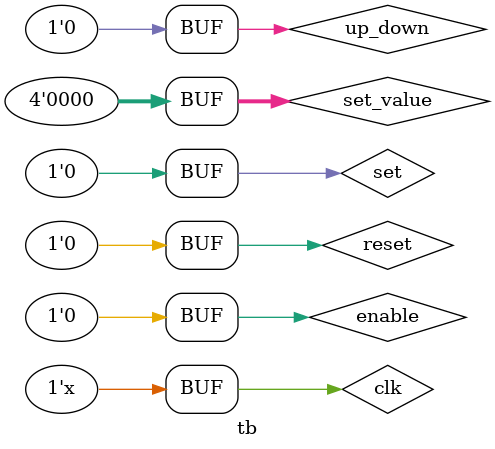
<source format=v>
`timescale 1ns / 1ps

module tb;

// Inputs
reg clk;
reg reset;
reg enable;
reg set;
reg [3:0] set_value;
reg up_down;

// Output
wire [3:0] count;

// Instantiate the Unit Under Test (UUT)
tt_um_up_down_counter uut (
    .clk(clk),
    .reset(reset),
    .enable(enable),
    .set(set),
    .set_value(set_value),
    .up_down(up_down),
    .count(count)
);

// Clock generation
always #5 clk = ~clk; // 100MHz clock

initial begin
    // Initialize Inputs
    clk = 0;
    reset = 0;
    enable = 0;
    set = 0;
    set_value = 4'b0000;
    up_down = 1;

    // Apply reset
    reset = 1;
    //repeat (5) @(posedge clk);
    #50;
    reset = 0;

    // Set counter value in module (reset condition)
    set = 1;
    #10;
    set = 0;

    // Enable counting up
    $display("---TB: Counting up---");
    enable = 1;
    up_down = 1; // Count up
    //#repeat (20) @(posedge clk);
    #50;

    // Enable counting down
    $display("---TB: Counting down---");
    up_down = 0; // Count down
    //repeat (20) @(posedge clk);
    #50;

    // Disable counting
    enable = 0;
    #20;

    //$stop;
end

endmodule

</source>
